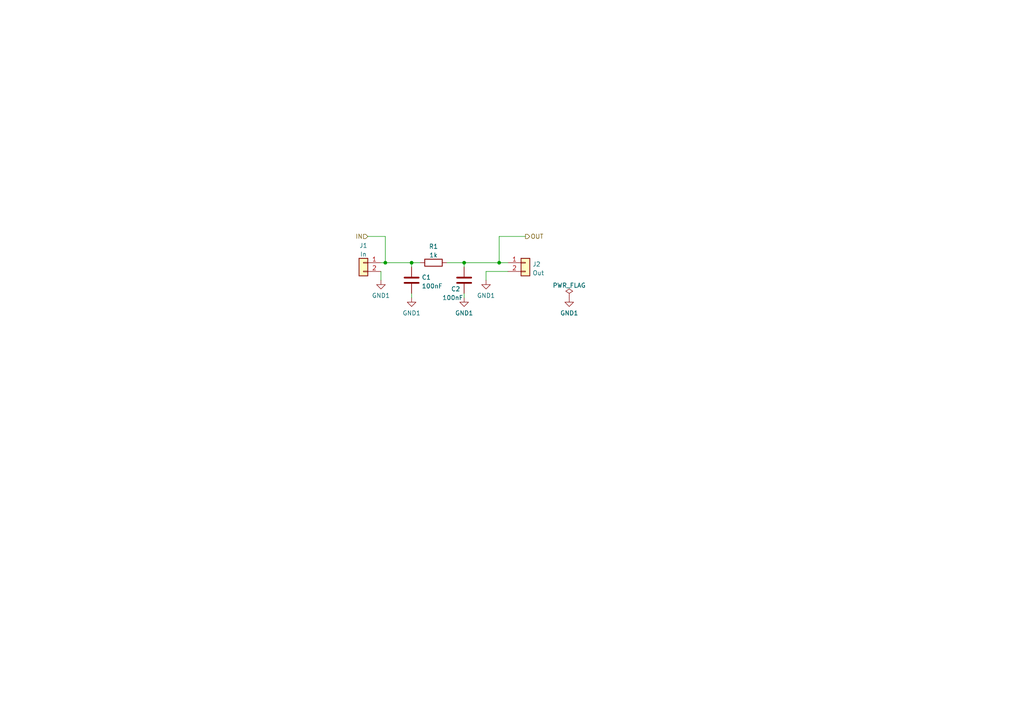
<source format=kicad_sch>
(kicad_sch (version 20211123) (generator eeschema)
  (paper "A4")
  (title_block (title "Filter A"))
  (lib_symbols
    (symbol "Connector_Generic:Conn_01x02" (pin_names (offset 1.016) hide)
      (property "Reference" "J" (at 0 2.54 0))
      (property "Value" "Conn_01x02" (at 0 -5.08 0))
      (symbol "Conn_01x02_1_1"
        (rectangle (start -1.27 -2.413) (end 0 -2.667) (stroke (width 0.1524)))
        (rectangle (start -1.27 0.127) (end 0 -0.127) (stroke (width 0.1524)))
        (rectangle (start -1.27 1.27) (end 1.27 -3.81) (stroke (width 0.254)) (fill (type background)))
        (pin passive line (at -5.08 0 0) (length 3.81) (name "Pin_1") (number "1"))
        (pin passive line (at -5.08 -2.54 0) (length 3.81) (name "Pin_2") (number "2"))
      )
    )
    (symbol "Device:C" (pin_numbers hide) (pin_names (offset 0.254))
      (property "Reference" "C" (at 0.635 2.54 0))
      (property "Value" "C" (at 0.635 -2.54 0))
      (symbol "C_0_1"
        (polyline (pts (xy -2.032 -0.762) (xy 2.032 -0.762)) (stroke (width 0.508)))
        (polyline (pts (xy -2.032 0.762) (xy 2.032 0.762)) (stroke (width 0.508)))
      )
      (symbol "C_1_1"
        (pin passive line (at 0 3.81 270) (length 2.794) (name "~") (number "1"))
        (pin passive line (at 0 -3.81 90) (length 2.794) (name "~") (number "2"))
      )
    )
    (symbol "Device:R" (pin_numbers hide) (pin_names (offset 0))
      (property "Reference" "R" (at 2.032 0 90))
      (property "Value" "R" (at 0 0 90))
      (symbol "R_0_1"
        (rectangle (start -1.016 -2.54) (end 1.016 2.54) (stroke (width 0.254)))
      )
      (symbol "R_1_1"
        (pin passive line (at 0 3.81 270) (length 1.27) (name "~") (number "1"))
        (pin passive line (at 0 -3.81 90) (length 1.27) (name "~") (number "2"))
      )
    )
    (symbol "power:GND1" (power) (pin_names (offset 0))
      (property "Value" "GND1" (at 0 -3.81 0))
      (symbol "GND1_0_1"
        (polyline (pts (xy 0 0) (xy 0 -1.27) (xy 1.27 -1.27) (xy 0 -2.54) (xy -1.27 -1.27) (xy 0 -1.27)))
      )
      (symbol "GND1_1_1"
        (pin power_in line (at 0 0 270) (length 0) hide (name "GND1") (number "1"))
      )
    )
    (symbol "power:PWR_FLAG" (power) (pin_numbers hide) (pin_names (offset 0) hide)
      (property "Value" "PWR_FLAG" (at 0 3.81 0))
      (symbol "PWR_FLAG_0_0"
        (pin power_out line (at 0 0 90) (length 0) (name "pwr") (number "1"))
      )
      (symbol "PWR_FLAG_0_1"
        (polyline (pts (xy 0 0) (xy 0 1.27) (xy -1.016 1.905) (xy 0 2.54) (xy 1.016 1.905) (xy 0 1.27)))
      )
    )
  )
  (junction (at 111.76 76.2))
  (junction (at 134.62 76.2))
  (junction (at 119.38 76.2))
  (junction (at 144.78 76.2))
  (wire (pts (xy 119.38 76.2) (xy 119.38 77.47)))
  (wire (pts (xy 106.68 68.58) (xy 111.76 68.58)))
  (wire (pts (xy 134.62 85.09) (xy 134.62 86.36)))
  (wire (pts (xy 144.78 76.2) (xy 144.78 68.58)))
  (wire (pts (xy 144.78 68.58) (xy 152.4 68.58)))
  (wire (pts (xy 119.38 85.09) (xy 119.38 86.36)))
  (wire (pts (xy 140.97 78.74) (xy 147.32 78.74)))
  (wire (pts (xy 129.54 76.2) (xy 134.62 76.2)))
  (wire (pts (xy 134.62 76.2) (xy 134.62 77.47)))
  (wire (pts (xy 140.97 81.28) (xy 140.97 78.74)))
  (wire (pts (xy 110.49 76.2) (xy 111.76 76.2)))
  (wire (pts (xy 119.38 76.2) (xy 121.92 76.2)))
  (wire (pts (xy 111.76 76.2) (xy 119.38 76.2)))
  (wire (pts (xy 110.49 78.74) (xy 110.49 81.28)))
  (wire (pts (xy 134.62 76.2) (xy 144.78 76.2)))
  (wire (pts (xy 111.76 68.58) (xy 111.76 76.2)))
  (wire (pts (xy 144.78 76.2) (xy 147.32 76.2)))
  (hierarchical_label "OUT" (shape output) (at 152.4 68.58 0))
  (hierarchical_label "IN" (shape input) (at 106.68 68.58 180))
  (symbol (lib_id "power:PWR_FLAG") (at 165.1 86.36 0) (unit 1)
    (property "Reference" "#FLG01" (effects hide))
    (property "Value" "PWR_FLAG" (at 165.1 82.7842 0))
  )
  (symbol (lib_id "Device:R") (at 125.73 76.2 270) (unit 1)
    (property "Reference" "R1" (at 125.73 71.4842 90))
    (property "Value" "1k" (at 125.73 74.0211 90))
    (property "Footprint" "Resistor_THT:R_Axial_DIN0207_L6.3mm_D2.5mm_P7.62mm_Horizontal" (effects hide))
  )
  (symbol (lib_id "Connector_Generic:Conn_01x02") (at 152.4 76.2 0) (unit 1)
    (property "Reference" "J2" (at 154.432 76.6353 0) (effects (justify left)))
    (property "Value" "Out" (at 154.432 79.1722 0) (effects (justify left)))
    (property "Footprint" "Connector_Molex:Molex_KK-254_AE-6410-02A_1x02_P2.54mm_Vertical" (effects hide))
  )
  (symbol (lib_id "power:GND1") (at 119.38 86.36 0) (unit 1)
    (property "Reference" "#PWR02" (effects hide))
    (property "Value" "GND1" (at 119.38 90.8034 0))
  )
  (symbol (lib_id "power:GND1") (at 110.49 81.28 0) (unit 1)
    (property "Reference" "#PWR01" (effects hide))
    (property "Value" "GND1" (at 110.49 85.7234 0))
  )
  (symbol (lib_id "power:GND1") (at 134.62 86.36 0) (unit 1)
    (property "Reference" "#PWR03" (effects hide))
    (property "Value" "GND1" (at 134.62 90.8034 0))
  )
  (symbol (lib_id "Connector_Generic:Conn_01x02") (at 105.41 76.2 0) (mirror y) (unit 1)
    (property "Reference" "J1" (at 105.41 71.2302 0))
    (property "Value" "In" (at 105.41 73.7671 0))
    (property "Footprint" "Connector_Molex:Molex_KK-254_AE-6410-02A_1x02_P2.54mm_Vertical" (effects hide))
  )
  (symbol (lib_id "power:GND1") (at 140.97 81.28 0) (unit 1)
    (property "Reference" "#PWR04" (effects hide))
    (property "Value" "GND1" (at 140.97 85.7234 0))
  )
  (symbol (lib_id "power:GND1") (at 165.1 86.36 0) (unit 1)
    (property "Reference" "#PWR05" (effects hide))
    (property "Value" "GND1" (at 165.1 90.8034 0))
  )
  (symbol (lib_id "Device:C") (at 134.62 81.28 0) (unit 1)
    (property "Reference" "C2" (at 130.81 83.82 0) (effects (justify left)))
    (property "Value" "100nF" (at 128.27 86.36 0) (effects (justify left)))
    (property "Footprint" "Capacitor_THT:C_Disc_D3.0mm_W1.6mm_P2.50mm" (effects hide))
  )
  (symbol (lib_id "Device:C") (at 119.38 81.28 0) (unit 1)
    (property "Reference" "C1" (at 122.301 80.4453 0) (effects (justify left)))
    (property "Value" "100nF" (at 122.301 82.9822 0) (effects (justify left)))
    (property "Footprint" "Capacitor_THT:C_Disc_D3.0mm_W1.6mm_P2.50mm" (effects hide))
  )
)
</source>
